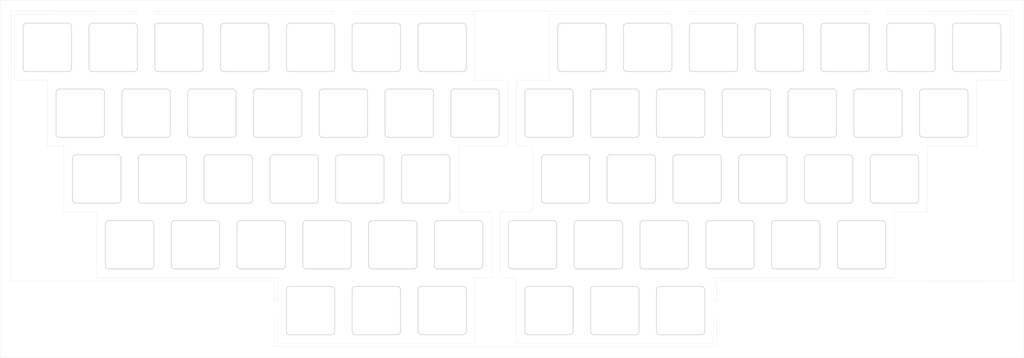
<source format=kicad_pcb>
(kicad_pcb (version 20241229) (generator "pcbnew") (generator_version "9.0")
  (title_block (title "glhfkbd") (date "2025-11-24") (rev "0") (company "redhotvengeance"))
  (layers (0 "F.Cu" power) (2 "B.Cu" signal) (13 "F.Paste" user) (15 "B.Paste" user) (5 "F.SilkS" user "F.Silkscreen") (7 "B.SilkS" user "B.Silkscreen") (1 "F.Mask" user) (3 "B.Mask" user) (25 "Edge.Cuts" user))
  (net 0 "")
  (footprint "footprints:switch-plate" (layer "F.Cu") (at 149.125656 146.149096)
    (property "Reference" "REF**" (hide yes))
    (property "Value" "switch-plate" (hide yes))
    (fp_line (start -7 6) (end -7 -6.000001) (stroke (width 0.2)) (layer "Edge.Cuts"))
    (fp_line (start -6 -7) (end 6 -7) (stroke (width 0.2)) (layer "Edge.Cuts"))
    (fp_line (start -6 6.999999) (end 6 6.999999) (stroke (width 0.2)) (layer "Edge.Cuts"))
    (fp_line (start 7 6) (end 7 -6.000001) (stroke (width 0.2)) (layer "Edge.Cuts"))
    (fp_arc (start -7 -6.000001) (mid -6.707119 -6.707124) (end -6 -7.000001) (stroke (width 0.2)) (layer "Edge.Cuts"))
    (fp_arc (start -6 7) (mid -6.707137 6.707118) (end -7 6) (stroke (width 0.2)) (layer "Edge.Cuts"))
    (fp_arc (start 6 -7.000001) (mid 6.707077 -6.707097) (end 7 -6.000001) (stroke (width 0.2)) (layer "Edge.Cuts"))
    (fp_arc (start 7 6) (mid 6.707094 6.70709) (end 6 7) (stroke (width 0.2)) (layer "Edge.Cuts"))
  )
  (footprint "footprints:switch-plate" (layer "F.Cu") (at 187.225624 146.149096)
    (property "Reference" "REF**" (hide yes))
    (property "Value" "switch-plate" (hide yes))
    (fp_line (start -7 6) (end -7 -6.000001) (stroke (width 0.2)) (layer "Edge.Cuts"))
    (fp_line (start -6 -7) (end 6 -7) (stroke (width 0.2)) (layer "Edge.Cuts"))
    (fp_line (start -6 6.999999) (end 6 6.999999) (stroke (width 0.2)) (layer "Edge.Cuts"))
    (fp_line (start 7 6) (end 7 -6.000001) (stroke (width 0.2)) (layer "Edge.Cuts"))
    (fp_arc (start -7 -6.000001) (mid -6.707119 -6.707124) (end -6 -7.000001) (stroke (width 0.2)) (layer "Edge.Cuts"))
    (fp_arc (start -6 7) (mid -6.707137 6.707118) (end -7 6) (stroke (width 0.2)) (layer "Edge.Cuts"))
    (fp_arc (start 6 -7.000001) (mid 6.707077 -6.707097) (end 7 -6.000001) (stroke (width 0.2)) (layer "Edge.Cuts"))
    (fp_arc (start 7 6) (mid 6.707094 6.70709) (end 6 7) (stroke (width 0.2)) (layer "Edge.Cuts"))
  )
  (footprint "footprints:switch-plate" (layer "F.Cu") (at 232.469336 108.049128)
    (property "Reference" "REF**" (hide yes))
    (property "Value" "switch-plate" (hide yes))
    (fp_line (start -7 6) (end -7 -6.000001) (stroke (width 0.2)) (layer "Edge.Cuts"))
    (fp_line (start -6 -7) (end 6 -7) (stroke (width 0.2)) (layer "Edge.Cuts"))
    (fp_line (start -6 6.999999) (end 6 6.999999) (stroke (width 0.2)) (layer "Edge.Cuts"))
    (fp_line (start 7 6) (end 7 -6.000001) (stroke (width 0.2)) (layer "Edge.Cuts"))
    (fp_arc (start -7 -6.000001) (mid -6.707119 -6.707124) (end -6 -7.000001) (stroke (width 0.2)) (layer "Edge.Cuts"))
    (fp_arc (start -6 7) (mid -6.707137 6.707118) (end -7 6) (stroke (width 0.2)) (layer "Edge.Cuts"))
    (fp_arc (start 6 -7.000001) (mid 6.707077 -6.707097) (end 7 -6.000001) (stroke (width 0.2)) (layer "Edge.Cuts"))
    (fp_arc (start 7 6) (mid 6.707094 6.70709) (end 6 7) (stroke (width 0.2)) (layer "Edge.Cuts"))
  )
  (footprint "footprints:switch-plate" (layer "F.Cu") (at 172.938136 108.049128)
    (property "Reference" "REF**" (hide yes))
    (property "Value" "switch-plate" (hide yes))
    (fp_line (start -7 6) (end -7 -6.000001) (stroke (width 0.2)) (layer "Edge.Cuts"))
    (fp_line (start -6 -7) (end 6 -7) (stroke (width 0.2)) (layer "Edge.Cuts"))
    (fp_line (start -6 6.999999) (end 6 6.999999) (stroke (width 0.2)) (layer "Edge.Cuts"))
    (fp_line (start 7 6) (end 7 -6.000001) (stroke (width 0.2)) (layer "Edge.Cuts"))
    (fp_arc (start -7 -6.000001) (mid -6.707119 -6.707124) (end -6 -7.000001) (stroke (width 0.2)) (layer "Edge.Cuts"))
    (fp_arc (start -6 7) (mid -6.707137 6.707118) (end -7 6) (stroke (width 0.2)) (layer "Edge.Cuts"))
    (fp_arc (start 6 -7.000001) (mid 6.707077 -6.707097) (end 7 -6.000001) (stroke (width 0.2)) (layer "Edge.Cuts"))
    (fp_arc (start 7 6) (mid 6.707094 6.70709) (end 6 7) (stroke (width 0.2)) (layer "Edge.Cuts"))
  )
  (footprint "footprints:switch-plate" (layer "F.Cu") (at 139.600664 165.19908)
    (property "Reference" "REF**" (hide yes))
    (property "Value" "switch-plate" (hide yes))
    (fp_line (start -7 6) (end -7 -6.000001) (stroke (width 0.2)) (layer "Edge.Cuts"))
    (fp_line (start -6 -7) (end 6 -7) (stroke (width 0.2)) (layer "Edge.Cuts"))
    (fp_line (start -6 6.999999) (end 6 6.999999) (stroke (width 0.2)) (layer "Edge.Cuts"))
    (fp_line (start 7 6) (end 7 -6.000001) (stroke (width 0.2)) (layer "Edge.Cuts"))
    (fp_arc (start -7 -6.000001) (mid -6.707119 -6.707124) (end -6 -7.000001) (stroke (width 0.2)) (layer "Edge.Cuts"))
    (fp_arc (start -6 7) (mid -6.707137 6.707118) (end -7 6) (stroke (width 0.2)) (layer "Edge.Cuts"))
    (fp_arc (start 6 -7.000001) (mid 6.707077 -6.707097) (end 7 -6.000001) (stroke (width 0.2)) (layer "Edge.Cuts"))
    (fp_arc (start 7 6) (mid 6.707094 6.70709) (end 6 7) (stroke (width 0.2)) (layer "Edge.Cuts"))
  )
  (footprint "footprints:switch-plate" (layer "F.Cu") (at 280.094296 127.099112)
    (property "Reference" "REF**" (hide yes))
    (property "Value" "switch-plate" (hide yes))
    (fp_line (start -7 6) (end -7 -6.000001) (stroke (width 0.2)) (layer "Edge.Cuts"))
    (fp_line (start -6 -7) (end 6 -7) (stroke (width 0.2)) (layer "Edge.Cuts"))
    (fp_line (start -6 6.999999) (end 6 6.999999) (stroke (width 0.2)) (layer "Edge.Cuts"))
    (fp_line (start 7 6) (end 7 -6.000001) (stroke (width 0.2)) (layer "Edge.Cuts"))
    (fp_arc (start -7 -6.000001) (mid -6.707119 -6.707124) (end -6 -7.000001) (stroke (width 0.2)) (layer "Edge.Cuts"))
    (fp_arc (start -6 7) (mid -6.707137 6.707118) (end -7 6) (stroke (width 0.2)) (layer "Edge.Cuts"))
    (fp_arc (start 6 -7.000001) (mid 6.707077 -6.707097) (end 7 -6.000001) (stroke (width 0.2)) (layer "Edge.Cuts"))
    (fp_arc (start 7 6) (mid 6.707094 6.70709) (end 6 7) (stroke (width 0.2)) (layer "Edge.Cuts"))
  )
  (footprint "MountingHole:MountingHole_2.2mm_M2" (layer "F.Cu") (at 144.36316 105.370224)
    (property "Reference" "M2" (hide yes))
    (property "Value" "MountingHole_2.2mm_M2" (hide yes))
  )
  (footprint "footprints:switch-plate" (layer "F.Cu") (at 101.500696 165.19908)
    (property "Reference" "REF**" (hide yes))
    (property "Value" "switch-plate" (hide yes))
    (fp_line (start -7 6) (end -7 -6.000001) (stroke (width 0.2)) (layer "Edge.Cuts"))
    (fp_line (start -6 -7) (end 6 -7) (stroke (width 0.2)) (layer "Edge.Cuts"))
    (fp_line (start -6 6.999999) (end 6 6.999999) (stroke (width 0.2)) (layer "Edge.Cuts"))
    (fp_line (start 7 6) (end 7 -6.000001) (stroke (width 0.2)) (layer "Edge.Cuts"))
    (fp_arc (start -7 -6.000001) (mid -6.707119 -6.707124) (end -6 -7.000001) (stroke (width 0.2)) (layer "Edge.Cuts"))
    (fp_arc (start -6 7) (mid -6.707137 6.707118) (end -7 6) (stroke (width 0.2)) (layer "Edge.Cuts"))
    (fp_arc (start 6 -7.000001) (mid 6.707077 -6.707097) (end 7 -6.000001) (stroke (width 0.2)) (layer "Edge.Cuts"))
    (fp_arc (start 7 6) (mid 6.707094 6.70709) (end 6 7) (stroke (width 0.2)) (layer "Edge.Cuts"))
  )
  (footprint "footprints:switch-plate" (layer "F.Cu") (at 261.044312 127.099112)
    (property "Reference" "REF**" (hide yes))
    (property "Value" "switch-plate" (hide yes))
    (fp_line (start -7 6) (end -7 -6.000001) (stroke (width 0.2)) (layer "Edge.Cuts"))
    (fp_line (start -6 -7) (end 6 -7) (stroke (width 0.2)) (layer "Edge.Cuts"))
    (fp_line (start -6 6.999999) (end 6 6.999999) (stroke (width 0.2)) (layer "Edge.Cuts"))
    (fp_line (start 7 6) (end 7 -6.000001) (stroke (width 0.2)) (layer "Edge.Cuts"))
    (fp_arc (start -7 -6.000001) (mid -6.707119 -6.707124) (end -6 -7.000001) (stroke (width 0.2)) (layer "Edge.Cuts"))
    (fp_arc (start -6 7) (mid -6.707137 6.707118) (end -7 6) (stroke (width 0.2)) (layer "Edge.Cuts"))
    (fp_arc (start 6 -7.000001) (mid 6.707077 -6.707097) (end 7 -6.000001) (stroke (width 0.2)) (layer "Edge.Cuts"))
    (fp_arc (start 7 6) (mid 6.707094 6.70709) (end 6 7) (stroke (width 0.2)) (layer "Edge.Cuts"))
  )
  (footprint "footprints:switch-plate" (layer "F.Cu") (at 251.51932 108.049128)
    (property "Reference" "REF**" (hide yes))
    (property "Value" "switch-plate" (hide yes))
    (fp_line (start -7 6) (end -7 -6.000001) (stroke (width 0.2)) (layer "Edge.Cuts"))
    (fp_line (start -6 -7) (end 6 -7) (stroke (width 0.2)) (layer "Edge.Cuts"))
    (fp_line (start -6 6.999999) (end 6 6.999999) (stroke (width 0.2)) (layer "Edge.Cuts"))
    (fp_line (start 7 6) (end 7 -6.000001) (stroke (width 0.2)) (layer "Edge.Cuts"))
    (fp_arc (start -7 -6.000001) (mid -6.707119 -6.707124) (end -6 -7.000001) (stroke (width 0.2)) (layer "Edge.Cuts"))
    (fp_arc (start -6 7) (mid -6.707137 6.707118) (end -7 6) (stroke (width 0.2)) (layer "Edge.Cuts"))
    (fp_arc (start 6 -7.000001) (mid 6.707077 -6.707097) (end 7 -6.000001) (stroke (width 0.2)) (layer "Edge.Cuts"))
    (fp_arc (start 7 6) (mid 6.707094 6.70709) (end 6 7) (stroke (width 0.2)) (layer "Edge.Cuts"))
  )
  (footprint "footprints:switch-plate" (layer "F.Cu") (at 227.70684 146.149096)
    (property "Reference" "REF**" (hide yes))
    (property "Value" "switch-plate" (hide yes))
    (fp_line (start -7 6) (end -7 -6.000001) (stroke (width 0.2)) (layer "Edge.Cuts"))
    (fp_line (start -6 -7) (end 6 -7) (stroke (width 0.2)) (layer "Edge.Cuts"))
    (fp_line (start -6 6.999999) (end 6 6.999999) (stroke (width 0.2)) (layer "Edge.Cuts"))
    (fp_line (start 7 6) (end 7 -6.000001) (stroke (width 0.2)) (layer "Edge.Cuts"))
    (fp_arc (start -7 -6.000001) (mid -6.707119 -6.707124) (end -6 -7.000001) (stroke (width 0.2)) (layer "Edge.Cuts"))
    (fp_arc (start -6 7) (mid -6.707137 6.707118) (end -7 6) (stroke (width 0.2)) (layer "Edge.Cuts"))
    (fp_arc (start 6 -7.000001) (mid 6.707077 -6.707097) (end 7 -6.000001) (stroke (width 0.2)) (layer "Edge.Cuts"))
    (fp_arc (start 7 6) (mid 6.707094 6.70709) (end 6 7) (stroke (width 0.2)) (layer "Edge.Cuts"))
  )
  (footprint "footprints:switch-plate" (layer "F.Cu") (at 120.55068 165.19908)
    (property "Reference" "REF**" (hide yes))
    (property "Value" "switch-plate" (hide yes))
    (fp_line (start -7 6) (end -7 -6.000001) (stroke (width 0.2)) (layer "Edge.Cuts"))
    (fp_line (start -6 -7) (end 6 -7) (stroke (width 0.2)) (layer "Edge.Cuts"))
    (fp_line (start -6 6.999999) (end 6 6.999999) (stroke (width 0.2)) (layer "Edge.Cuts"))
    (fp_line (start 7 6) (end 7 -6.000001) (stroke (width 0.2)) (layer "Edge.Cuts"))
    (fp_arc (start -7 -6.000001) (mid -6.707119 -6.707124) (end -6 -7.000001) (stroke (width 0.2)) (layer "Edge.Cuts"))
    (fp_arc (start -6 7) (mid -6.707137 6.707118) (end -7 6) (stroke (width 0.2)) (layer "Edge.Cuts"))
    (fp_arc (start 6 -7.000001) (mid 6.707077 -6.707097) (end 7 -6.000001) (stroke (width 0.2)) (layer "Edge.Cuts"))
    (fp_arc (start 7 6) (mid 6.707094 6.70709) (end 6 7) (stroke (width 0.2)) (layer "Edge.Cuts"))
  )
  (footprint "MountingHole:MountingHole_2.2mm_M2" (layer "F.Cu") (at 191.98812 118.169432)
    (property "Reference" "M2" (hide yes))
    (property "Value" "MountingHole_2.2mm_M2" (hide yes))
  )
  (footprint "MountingHole:MountingHole_2.2mm_M2" (layer "F.Cu") (at 227.70684 174.12876)
    (property "Reference" "M2" (hide yes))
    (property "Value" "MountingHole_2.2mm_M2" (hide yes))
  )
  (footprint "footprints:switch-plate" (layer "F.Cu") (at 201.513112 127.099112)
    (property "Reference" "REF**" (hide yes))
    (property "Value" "switch-plate" (hide yes))
    (fp_line (start -7 6) (end -7 -6.000001) (stroke (width 0.2)) (layer "Edge.Cuts"))
    (fp_line (start -6 -7) (end 6 -7) (stroke (width 0.2)) (layer "Edge.Cuts"))
    (fp_line (start -6 6.999999) (end 6 6.999999) (stroke (width 0.2)) (layer "Edge.Cuts"))
    (fp_line (start 7 6) (end 7 -6.000001) (stroke (width 0.2)) (layer "Edge.Cuts"))
    (fp_arc (start -7 -6.000001) (mid -6.707119 -6.707124) (end -6 -7.000001) (stroke (width 0.2)) (layer "Edge.Cuts"))
    (fp_arc (start -6 7) (mid -6.707137 6.707118) (end -7 6) (stroke (width 0.2)) (layer "Edge.Cuts"))
    (fp_arc (start 6 -7.000001) (mid 6.707077 -6.707097) (end 7 -6.000001) (stroke (width 0.2)) (layer "Edge.Cuts"))
    (fp_arc (start 7 6) (mid 6.707094 6.70709) (end 6 7) (stroke (width 0.2)) (layer "Edge.Cuts"))
  )
  (footprint "footprints:switch-plate" (layer "F.Cu") (at 134.838168 108.049128)
    (property "Reference" "REF**" (hide yes))
    (property "Value" "switch-plate" (hide yes))
    (fp_line (start -7 6) (end -7 -6.000001) (stroke (width 0.2)) (layer "Edge.Cuts"))
    (fp_line (start -6 -7) (end 6 -7) (stroke (width 0.2)) (layer "Edge.Cuts"))
    (fp_line (start -6 6.999999) (end 6 6.999999) (stroke (width 0.2)) (layer "Edge.Cuts"))
    (fp_line (start 7 6) (end 7 -6.000001) (stroke (width 0.2)) (layer "Edge.Cuts"))
    (fp_arc (start -7 -6.000001) (mid -6.707119 -6.707124) (end -6 -7.000001) (stroke (width 0.2)) (layer "Edge.Cuts"))
    (fp_arc (start -6 7) (mid -6.707137 6.707118) (end -7 6) (stroke (width 0.2)) (layer "Edge.Cuts"))
    (fp_arc (start 6 -7.000001) (mid 6.707077 -6.707097) (end 7 -6.000001) (stroke (width 0.2)) (layer "Edge.Cuts"))
    (fp_arc (start 7 6) (mid 6.707094 6.70709) (end 6 7) (stroke (width 0.2)) (layer "Edge.Cuts"))
  )
  (footprint "footprints:mouse-bites" (layer "F.Cu") (at 321.294264 98.524136 90)
    (property "Reference" "REF**" (hide yes))
    (property "Value" "mouse-bites" (hide yes))
    (fp_arc (start 1 -6.2) (mid 0.5 -5.7) (end 0 -6.2) (stroke (width 0.05)) (layer "Edge.Cuts"))
    (fp_arc (start 0 0) (mid 0.5 -0.5) (end 1 0) (stroke (width 0.05)) (layer "Edge.Cuts"))
  )
  (footprint "MountingHole:MountingHole_2.2mm_M2" (layer "F.Cu") (at 275.3318 136.624104)
    (property "Reference" "M2" (hide yes))
    (property "Value" "MountingHole_2.2mm_M2" (hide yes))
  )
  (footprint "footprints:switch-plate" (layer "F.Cu") (at 222.944344 127.099112)
    (property "Reference" "REF**" (hide yes))
    (property "Value" "switch-plate" (hide yes))
    (fp_line (start -7 6) (end -7 -6.000001) (stroke (width 0.2)) (layer "Edge.Cuts"))
    (fp_line (start -6 -7) (end 6 -7) (stroke (width 0.2)) (layer "Edge.Cuts"))
    (fp_line (start -6 6.999999) (end 6 6.999999) (stroke (width 0.2)) (layer "Edge.Cuts"))
    (fp_line (start 7 6) (end 7 -6.000001) (stroke (width 0.2)) (layer "Edge.Cuts"))
    (fp_arc (start -7 -6.000001) (mid -6.707119 -6.707124) (end -6 -7.000001) (stroke (width 0.2)) (layer "Edge.Cuts"))
    (fp_arc (start -6 7) (mid -6.707137 6.707118) (end -7 6) (stroke (width 0.2)) (layer "Edge.Cuts"))
    (fp_arc (start 6 -7.000001) (mid 6.707077 -6.707097) (end 7 -6.000001) (stroke (width 0.2)) (layer "Edge.Cuts"))
    (fp_arc (start 7 6) (mid 6.707094 6.70709) (end 6 7) (stroke (width 0.2)) (layer "Edge.Cuts"))
  )
  (footprint "MountingHole:MountingHole_2.2mm_M2" (layer "F.Cu") (at 101.500696 155.078776)
    (property "Reference" "M2" (hide yes))
    (property "Value" "MountingHole_2.2mm_M2" (hide yes))
  )
  (footprint "footprints:mouse-bites" (layer "F.Cu") (at 264.144312 98.524136 90)
    (property "Reference" "REF**" (hide yes))
    (property "Value" "mouse-bites" (hide yes))
    (fp_arc (start 1 -6.2) (mid 0.5 -5.7) (end 0 -6.2) (stroke (width 0.05)) (layer "Edge.Cuts"))
    (fp_arc (start 0 0) (mid 0.5 -0.5) (end 1 0) (stroke (width 0.05)) (layer "Edge.Cuts"))
  )
  (footprint "footprints:mouse-bites" (layer "F.Cu") (at 270.569175 187.353204)
    (property "Reference" "REF**" (hide yes))
    (property "Value" "mouse-bites" (hide yes))
    (fp_arc (start 0 0) (mid 0.5 -0.5) (end 1 0) (stroke (width 0.05)) (layer "Edge.Cuts"))
    (fp_arc (start 1 -6.2) (mid 0.5 -5.7) (end 0 -6.2) (stroke (width 0.05)) (layer "Edge.Cuts"))
  )
  (footprint "footprints:switch-plate" (layer "F.Cu") (at 241.994328 127.099112)
    (property "Reference" "REF**" (hide yes))
    (property "Value" "switch-plate" (hide yes))
    (fp_line (start -7 6) (end -7 -6.000001) (stroke (width 0.2)) (layer "Edge.Cuts"))
    (fp_line (start -6 -7) (end 6 -7) (stroke (width 0.2)) (layer "Edge.Cuts"))
    (fp_line (start -6 6.999999) (end 6 6.999999) (stroke (width 0.2)) (layer "Edge.Cuts"))
    (fp_line (start 7 6) (end 7 -6.000001) (stroke (width 0.2)) (layer "Edge.Cuts"))
    (fp_arc (start -7 -6.000001) (mid -6.707119 -6.707124) (end -6 -7.000001) (stroke (width 0.2)) (layer "Edge.Cuts"))
    (fp_arc (start -6 7) (mid -6.707137 6.707118) (end -7 6) (stroke (width 0.2)) (layer "Edge.Cuts"))
    (fp_arc (start 6 -7.000001) (mid 6.707077 -6.707097) (end 7 -6.000001) (stroke (width 0.2)) (layer "Edge.Cuts"))
    (fp_arc (start 7 6) (mid 6.707094 6.70709) (end 6 7) (stroke (width 0.2)) (layer "Edge.Cuts"))
  )
  (footprint "footprints:switch-plate" (layer "F.Cu") (at 153.888152 184.249064)
    (property "Reference" "REF**" (hide yes))
    (property "Value" "switch-plate" (hide yes))
    (fp_line (start -7 6) (end -7 -6.000001) (stroke (width 0.2)) (layer "Edge.Cuts"))
    (fp_line (start -6 -7) (end 6 -7) (stroke (width 0.2)) (layer "Edge.Cuts"))
    (fp_line (start -6 6.999999) (end 6 6.999999) (stroke (width 0.2)) (layer "Edge.Cuts"))
    (fp_line (start 7 6) (end 7 -6.000001) (stroke (width 0.2)) (layer "Edge.Cuts"))
    (fp_arc (start -7 -6.000001) (mid -6.707119 -6.707124) (end -6 -7.000001) (stroke (width 0.2)) (layer "Edge.Cuts"))
    (fp_arc (start -6 7) (mid -6.707137 6.707118) (end -7 6) (stroke (width 0.2)) (layer "Edge.Cuts"))
    (fp_arc (start 6 -7.000001) (mid 6.707077 -6.707097) (end 7 -6.000001) (stroke (width 0.2)) (layer "Edge.Cuts"))
    (fp_arc (start 7 6) (mid 6.707094 6.70709) (end 6 7) (stroke (width 0.2)) (layer "Edge.Cuts"))
  )
  (footprint "footprints:switch-plate" (layer "F.Cu") (at 153.888152 108.049128)
    (property "Reference" "REF**" (hide yes))
    (property "Value" "switch-plate" (hide yes))
    (fp_line (start -7 6) (end -7 -6.000001) (stroke (width 0.2)) (layer "Edge.Cuts"))
    (fp_line (start -6 -7) (end 6 -7) (stroke (width 0.2)) (layer "Edge.Cuts"))
    (fp_line (start -6 6.999999) (end 6 6.999999) (stroke (width 0.2)) (layer "Edge.Cuts"))
    (fp_line (start 7 6) (end 7 -6.000001) (stroke (width 0.2)) (layer "Edge.Cuts"))
    (fp_arc (start -7 -6.000001) (mid -6.707119 -6.707124) (end -6 -7.000001) (stroke (width 0.2)) (layer "Edge.Cuts"))
    (fp_arc (start -6 7) (mid -6.707137 6.707118) (end -7 6) (stroke (width 0.2)) (layer "Edge.Cuts"))
    (fp_arc (start 6 -7.000001) (mid 6.707077 -6.707097) (end 7 -6.000001) (stroke (width 0.2)) (layer "Edge.Cuts"))
    (fp_arc (start 7 6) (mid 6.707094 6.70709) (end 6 7) (stroke (width 0.2)) (layer "Edge.Cuts"))
  )
  (footprint "footprints:switch-plate" (layer "F.Cu") (at 303.906776 146.149096)
    (property "Reference" "REF**" (hide yes))
    (property "Value" "switch-plate" (hide yes))
    (fp_line (start -7 6) (end -7 -6.000001) (stroke (width 0.2)) (layer "Edge.Cuts"))
    (fp_line (start -6 -7) (end 6 -7) (stroke (width 0.2)) (layer "Edge.Cuts"))
    (fp_line (start -6 6.999999) (end 6 6.999999) (stroke (width 0.2)) (layer "Edge.Cuts"))
    (fp_line (start 7 6) (end 7 -6.000001) (stroke (width 0.2)) (layer "Edge.Cuts"))
    (fp_arc (start -7 -6.000001) (mid -6.707119 -6.707124) (end -6 -7.000001) (stroke (width 0.2)) (layer "Edge.Cuts"))
    (fp_arc (start -6 7) (mid -6.707137 6.707118) (end -7 6) (stroke (width 0.2)) (layer "Edge.Cuts"))
    (fp_arc (start 6 -7.000001) (mid 6.707077 -6.707097) (end 7 -6.000001) (stroke (width 0.2)) (layer "Edge.Cuts"))
    (fp_arc (start 7 6) (mid 6.707094 6.70709) (end 6 7) (stroke (width 0.2)) (layer "Edge.Cuts"))
  )
  (footprint "footprints:switch-plate" (layer "F.Cu") (at 246.756824 146.149096)
    (property "Reference" "REF**" (hide yes))
    (property "Value" "switch-plate" (hide yes))
    (fp_line (start -7 6) (end -7 -6.000001) (stroke (width 0.2)) (layer "Edge.Cuts"))
    (fp_line (start -6 -7) (end 6 -7) (stroke (width 0.2)) (layer "Edge.Cuts"))
    (fp_line (start -6 6.999999) (end 6 6.999999) (stroke (width 0.2)) (layer "Edge.Cuts"))
    (fp_line (start 7 6) (end 7 -6.000001) (stroke (width 0.2)) (layer "Edge.Cuts"))
    (fp_arc (start -7 -6.000001) (mid -6.707119 -6.707124) (end -6 -7.000001) (stroke (width 0.2)) (layer "Edge.Cuts"))
    (fp_arc (start -6 7) (mid -6.707137 6.707118) (end -7 6) (stroke (width 0.2)) (layer "Edge.Cuts"))
    (fp_arc (start 6 -7.000001) (mid 6.707077 -6.707097) (end 7 -6.000001) (stroke (width 0.2)) (layer "Edge.Cuts"))
    (fp_arc (start 7 6) (mid 6.707094 6.70709) (end 6 7) (stroke (width 0.2)) (layer "Edge.Cuts"))
  )
  (footprint "MountingHole:MountingHole_2.2mm_M2" (layer "F.Cu") (at 280.094296 102.096008)
    (property "Reference" "M2" (hide yes))
    (property "Value" "MountingHole_2.2mm_M2" (hide yes))
  )
  (footprint "footprints:switch-plate" (layer "F.Cu") (at 191.98812 108.049128)
    (property "Reference" "REF**" (hide yes))
    (property "Value" "switch-plate" (hide yes))
    (fp_line (start -7 6) (end -7 -6.000001) (stroke (width 0.2)) (layer "Edge.Cuts"))
    (fp_line (start -6 -7) (end 6 -7) (stroke (width 0.2)) (layer "Edge.Cuts"))
    (fp_line (start -6 6.999999) (end 6 6.999999) (stroke (width 0.2)) (layer "Edge.Cuts"))
    (fp_line (start 7 6) (end 7 -6.000001) (stroke (width 0.2)) (layer "Edge.Cuts"))
    (fp_arc (start -7 -6.000001) (mid -6.707119 -6.707124) (end -6 -7.000001) (stroke (width 0.2)) (layer "Edge.Cuts"))
    (fp_arc (start -6 7) (mid -6.707137 6.707118) (end -7 6) (stroke (width 0.2)) (layer "Edge.Cuts"))
    (fp_arc (start 6 -7.000001) (mid 6.707077 -6.707097) (end 7 -6.000001) (stroke (width 0.2)) (layer "Edge.Cuts"))
    (fp_arc (start 7 6) (mid 6.707094 6.70709) (end 6 7) (stroke (width 0.2)) (layer "Edge.Cuts"))
  )
  (footprint "MountingHole:MountingHole_2.2mm_M2" (layer "F.Cu") (at 139.600664 136.640338)
    (property "Reference" "M2" (hide yes))
    (property "Value" "MountingHole_2.2mm_M2" (hide yes))
  )
  (footprint "footprints:switch-plate" (layer "F.Cu") (at 294.381784 165.19908)
    (property "Reference" "REF**" (hide yes))
    (property "Value" "switch-plate" (hide yes))
    (fp_line (start -7 6) (end -7 -6.000001) (stroke (width 0.2)) (layer "Edge.Cuts"))
    (fp_line (start -6 -7) (end 6 -7) (stroke (width 0.2)) (layer "Edge.Cuts"))
    (fp_line (start -6 6.999999) (end 6 6.999999) (stroke (width 0.2)) (layer "Edge.Cuts"))
    (fp_line (start 7 6) (end 7 -6.000001) (stroke (width 0.2)) (layer "Edge.Cuts"))
    (fp_arc (start -7 -6.000001) (mid -6.707119 -6.707124) (end -6 -7.000001) (stroke (width 0.2)) (layer "Edge.Cuts"))
    (fp_arc (start -6 7) (mid -6.707137 6.707118) (end -7 6) (stroke (width 0.2)) (layer "Edge.Cuts"))
    (fp_arc (start 6 -7.000001) (mid 6.707077 -6.707097) (end 7 -6.000001) (stroke (width 0.2)) (layer "Edge.Cuts"))
    (fp_arc (start 7 6) (mid 6.707094 6.70709) (end 6 7) (stroke (width 0.2)) (layer "Edge.Cuts"))
  )
  (footprint "MountingHole:MountingHole_2.2mm_M2" (layer "F.Cu") (at 187.225624 156.2694)
    (property "Reference" "M2" (hide yes))
    (property "Value" "MountingHole_2.2mm_M2" (hide yes))
  )
  (footprint "footprints:switch-plate" (layer "F.Cu") (at 77.688216 108.049128)
    (property "Reference" "REF**" (hide yes))
    (property "Value" "switch-plate" (hide yes))
    (fp_line (start -7 6) (end -7 -6.000001) (stroke (width 0.2)) (layer "Edge.Cuts"))
    (fp_line (start -6 -7) (end 6 -7) (stroke (width 0.2)) (layer "Edge.Cuts"))
    (fp_line (start -6 6.999999) (end 6 6.999999) (stroke (width 0.2)) (layer "Edge.Cuts"))
    (fp_line (start 7 6) (end 7 -6.000001) (stroke (width 0.2)) (layer "Edge.Cuts"))
    (fp_arc (start -7 -6.000001) (mid -6.707119 -6.707124) (end -6 -7.000001) (stroke (width 0.2)) (layer "Edge.Cuts"))
    (fp_arc (start -6 7) (mid -6.707137 6.707118) (end -7 6) (stroke (width 0.2)) (layer "Edge.Cuts"))
    (fp_arc (start 6 -7.000001) (mid 6.707077 -6.707097) (end 7 -6.000001) (stroke (width 0.2)) (layer "Edge.Cuts"))
    (fp_arc (start 7 6) (mid 6.707094 6.70709) (end 6 7) (stroke (width 0.2)) (layer "Edge.Cuts"))
  )
  (footprint "footprints:switch-plate" (layer "F.Cu") (at 318.194264 127.099112)
    (property "Reference" "REF**" (hide yes))
    (property "Value" "switch-plate" (hide yes))
    (fp_line (start -7 6) (end -7 -6.000001) (stroke (width 0.2)) (layer "Edge.Cuts"))
    (fp_line (start -6 -7) (end 6 -7) (stroke (width 0.2)) (layer "Edge.Cuts"))
    (fp_line (start -6 6.999999) (end 6 6.999999) (stroke (width 0.2)) (layer "Edge.Cuts"))
    (fp_line (start 7 6) (end 7 -6.000001) (stroke (width 0.2)) (layer "Edge.Cuts"))
    (fp_arc (start -7 -6.000001) (mid -6.707119 -6.707124) (end -6 -7.000001) (stroke (width 0.2)) (layer "Edge.Cuts"))
    (fp_arc (start -6 7) (mid -6.707137 6.707118) (end -7 6) (stroke (width 0.2)) (layer "Edge.Cuts"))
    (fp_arc (start 6 -7.000001) (mid 6.707077 -6.707097) (end 7 -6.000001) (stroke (width 0.2)) (layer "Edge.Cuts"))
    (fp_arc (start 7 6) (mid 6.707094 6.70709) (end 6 7) (stroke (width 0.2)) (layer "Edge.Cuts"))
  )
  (footprint "MountingHole:MountingHole_2.2mm_M2" (layer "F.Cu") (at 337.244248 116.978808)
    (property "Reference" "M2" (hide yes))
    (property "Value" "MountingHole_2.2mm_M2" (hide yes))
  )
  (footprint "footprints:switch-plate" (layer "F.Cu") (at 172.938136 184.249064)
    (property "Reference" "REF**" (hide yes))
    (property "Value" "switch-plate" (hide yes))
    (fp_line (start -7 6) (end -7 -6.000001) (stroke (width 0.2)) (layer "Edge.Cuts"))
    (fp_line (start -6 -7) (end 6 -7) (stroke (width 0.2)) (layer "Edge.Cuts"))
    (fp_line (start -6 6.999999) (end 6 6.999999) (stroke (width 0.2)) (layer "Edge.Cuts"))
    (fp_line (start 7 6) (end 7 -6.000001) (stroke (width 0.2)) (layer "Edge.Cuts"))
    (fp_arc (start -7 -6.000001) (mid -6.707119 -6.707124) (end -6 -7.000001) (stroke (width 0.2)) (layer "Edge.Cuts"))
    (fp_arc (start -6 7) (mid -6.707137 6.707118) (end -7 6) (stroke (width 0.2)) (layer "Edge.Cuts"))
    (fp_arc (start 6 -7.000001) (mid 6.707077 -6.707097) (end 7 -6.000001) (stroke (width 0.2)) (layer "Edge.Cuts"))
    (fp_arc (start 7 6) (mid 6.707094 6.70709) (end 6 7) (stroke (width 0.2)) (layer "Edge.Cuts"))
  )
  (footprint "footprints:switch-plate" (layer "F.Cu") (at 168.17564 146.149096)
    (property "Reference" "REF**" (hide yes))
    (property "Value" "switch-plate" (hide yes))
    (fp_line (start -7 6) (end -7 -6.000001) (stroke (width 0.2)) (layer "Edge.Cuts"))
    (fp_line (start -6 -7) (end 6 -7) (stroke (width 0.2)) (layer "Edge.Cuts"))
    (fp_line (start -6 6.999999) (end 6 6.999999) (stroke (width 0.2)) (layer "Edge.Cuts"))
    (fp_line (start 7 6) (end 7 -6.000001) (stroke (width 0.2)) (layer "Edge.Cuts"))
    (fp_arc (start -7 -6.000001) (mid -6.707119 -6.707124) (end -6 -7.000001) (stroke (width 0.2)) (layer "Edge.Cuts"))
    (fp_arc (start -6 7) (mid -6.707137 6.707118) (end -7 6) (stroke (width 0.2)) (layer "Edge.Cuts"))
    (fp_arc (start 6 -7.000001) (mid 6.707077 -6.707097) (end 7 -6.000001) (stroke (width 0.2)) (layer "Edge.Cuts"))
    (fp_arc (start 7 6) (mid 6.707094 6.70709) (end 6 7) (stroke (width 0.2)) (layer "Edge.Cuts"))
  )
  (footprint "footprints:switch-plate" (layer "F.Cu") (at 91.975704 146.149096)
    (property "Reference" "REF**" (hide yes))
    (property "Value" "switch-plate" (hide yes))
    (fp_line (start -7 6) (end -7 -6.000001) (stroke (width 0.2)) (layer "Edge.Cuts"))
    (fp_line (start -6 -7) (end 6 -7) (stroke (width 0.2)) (layer "Edge.Cuts"))
    (fp_line (start -6 6.999999) (end 6 6.999999) (stroke (width 0.2)) (layer "Edge.Cuts"))
    (fp_line (start 7 6) (end 7 -6.000001) (stroke (width 0.2)) (layer "Edge.Cuts"))
    (fp_arc (start -7 -6.000001) (mid -6.707119 -6.707124) (end -6 -7.000001) (stroke (width 0.2)) (layer "Edge.Cuts"))
    (fp_arc (start -6 7) (mid -6.707137 6.707118) (end -7 6) (stroke (width 0.2)) (layer "Edge.Cuts"))
    (fp_arc (start 6 -7.000001) (mid 6.707077 -6.707097) (end 7 -6.000001) (stroke (width 0.2)) (layer "Edge.Cuts"))
    (fp_arc (start 7 6) (mid 6.707094 6.70709) (end 6 7) (stroke (width 0.2)) (layer "Edge.Cuts"))
  )
  (footprint "footprints:switch-plate" (layer "F.Cu") (at 289.619288 108.049128)
    (property "Reference" "REF**" (hide yes))
    (property "Value" "switch-plate" (hide yes))
    (fp_line (start -7 6) (end -7 -6.000001) (stroke (width 0.2)) (layer "Edge.Cuts"))
    (fp_line (start -6 -7) (end 6 -7) (stroke (width 0.2)) (layer "Edge.Cuts"))
    (fp_line (start -6 6.999999) (end 6 6.999999) (stroke (width 0.2)) (layer "Edge.Cuts"))
    (fp_line (start 7 6) (end 7 -6.000001) (stroke (width 0.2)) (layer "Edge.Cuts"))
    (fp_arc (start -7 -6.000001) (mid -6.707119 -6.707124) (end -6 -7.000001) (stroke (width 0.2)) (layer "Edge.Cuts"))
    (fp_arc (start -6 7) (mid -6.707137 6.707118) (end -7 6) (stroke (width 0.2)) (layer "Edge.Cuts"))
    (fp_arc (start 6 -7.000001) (mid 6.707077 -6.707097) (end 7 -6.000001) (stroke (width 0.2)) (layer "Edge.Cuts"))
    (fp_arc (start 7 6) (mid 6.707094 6.70709) (end 6 7) (stroke (width 0.2)) (layer "Edge.Cuts"))
  )
  (footprint "footprints:switch-plate" (layer "F.Cu") (at 222.944344 184.249064)
    (property "Reference" "REF**" (hide yes))
    (property "Value" "switch-plate" (hide yes))
    (fp_line (start -7 6) (end -7 -6.000001) (stroke (width 0.2)) (layer "Edge.Cuts"))
    (fp_line (start -6 -7) (end 6 -7) (stroke (width 0.2)) (layer "Edge.Cuts"))
    (fp_line (start -6 6.999999) (end 6 6.999999) (stroke (width 0.2)) (layer "Edge.Cuts"))
    (fp_line (start 7 6) (end 7 -6.000001) (stroke (width 0.2)) (layer "Edge.Cuts"))
    (fp_arc (start -7 -6.000001) (mid -6.707119 -6.707124) (end -6 -7.000001) (stroke (width 0.2)) (layer "Edge.Cuts"))
    (fp_arc (start -6 7) (mid -6.707137 6.707118) (end -7 6) (stroke (width 0.2)) (layer "Edge.Cuts"))
    (fp_arc (start 6 -7.000001) (mid 6.707077 -6.707097) (end 7 -6.000001) (stroke (width 0.2)) (layer "Edge.Cuts"))
    (fp_arc (start 7 6) (mid 6.707094 6.70709) (end 6 7) (stroke (width 0.2)) (layer "Edge.Cuts"))
  )
  (footprint "footprints:switch-plate" (layer "F.Cu") (at 241.994328 184.249064)
    (property "Reference" "REF**" (hide yes))
    (property "Value" "switch-plate" (hide yes))
    (fp_line (start -7 6) (end -7 -6.000001) (stroke (width 0.2)) (layer "Edge.Cuts"))
    (fp_line (start -6 -7) (end 6 -7) (stroke (width 0.2)) (layer "Edge.Cuts"))
    (fp_line (start -6 6.999999) (end 6 6.999999) (stroke (width 0.2)) (layer "Edge.Cuts"))
    (fp_line (start 7 6) (end 7 -6.000001) (stroke (width 0.2)) (layer "Edge.Cuts"))
    (fp_arc (start -7 -6.000001) (mid -6.707119 -6.707124) (end -6 -7.000001) (stroke (width 0.2)) (layer "Edge.Cuts"))
    (fp_arc (start -6 7) (mid -6.707137 6.707118) (end -7 6) (stroke (width 0.2)) (layer "Edge.Cuts"))
    (fp_arc (start 6 -7.000001) (mid 6.707077 -6.707097) (end 7 -6.000001) (stroke (width 0.2)) (layer "Edge.Cuts"))
    (fp_arc (start 7 6) (mid 6.707094 6.70709) (end 6 7) (stroke (width 0.2)) (layer "Edge.Cuts"))
  )
  (footprint "footprints:switch-plate" (layer "F.Cu") (at 313.431768 165.19908)
    (property "Reference" "REF**" (hide yes))
    (property "Value" "switch-plate" (hide yes))
    (fp_line (start -7 6) (end -7 -6.000001) (stroke (width 0.2)) (layer "Edge.Cuts"))
    (fp_line (start -6 -7) (end 6 -7) (stroke (width 0.2)) (layer "Edge.Cuts"))
    (fp_line (start -6 6.999999) (end 6 6.999999) (stroke (width 0.2)) (layer "Edge.Cuts"))
    (fp_line (start 7 6) (end 7 -6.000001) (stroke (width 0.2)) (layer "Edge.Cuts"))
    (fp_arc (start -7 -6.000001) (mid -6.707119 -6.707124) (end -6 -7.000001) (stroke (width 0.2)) (layer "Edge.Cuts"))
    (fp_arc (start -6 7) (mid -6.707137 6.707118) (end -7 6) (stroke (width 0.2)) (layer "Edge.Cuts"))
    (fp_arc (start 6 -7.000001) (mid 6.707077 -6.707097) (end 7 -6.000001) (stroke (width 0.2)) (layer "Edge.Cuts"))
    (fp_arc (start 7 6) (mid 6.707094 6.70709) (end 6 7) (stroke (width 0.2)) (layer "Edge.Cuts"))
  )
  (footprint "footprints:switch-plate" (layer "F.Cu") (at 322.95676 146.149096)
    (property "Reference" "REF**" (hide yes))
    (property "Value" "switch-plate" (hide yes))
    (fp_line (start -7 6) (end -7 -6.000001) (stroke (width 0.2)) (layer "Edge.Cuts"))
    (fp_line (start -6 -7) (end 6 -7) (stroke (width 0.2)) (layer "Edge.Cuts"))
    (fp_line (start -6 6.999999) (end 6 6.999999) (stroke (width 0.2)) (layer "Edge.Cuts"))
    (fp_line (start 7 6) (end 7 -6.000001) (stroke (width 0.2)) (layer "Edge.Cuts"))
    (fp_arc (start -7 -6.000001) (mid -6.707119 -6.707124) (end -6 -7.000001) (stroke (width 0.2)) (layer "Edge.Cuts"))
    (fp_arc (start -6 7) (mid -6.707137 6.707118) (end -7 6) (stroke (width 0.2)) (layer "Edge.Cuts"))
    (fp_arc (start 6 -7.000001) (mid 6.707077 -6.707097) (end 7 -6.000001) (stroke (width 0.2)) (layer "Edge.Cuts"))
    (fp_arc (start 7 6) (mid 6.707094 6.70709) (end 6 7) (stroke (width 0.2)) (layer "Edge.Cuts"))
  )
  (footprint "MountingHole:MountingHole_2.2mm_M2" (layer "F.Cu") (at 227.70684 156.2694)
    (property "Reference" "M2" (hide yes))
    (property "Value" "MountingHole_2.2mm_M2" (hide yes))
  )
  (footprint "footprints:mouse-bites" (layer "F.Cu") (at 166.513144 98.524136 90)
    (property "Reference" "REF**" (hide yes))
    (property "Value" "mouse-bites" (hide yes))
    (fp_arc (start 1 -6.2) (mid 0.5 -5.7) (end 0 -6.2) (stroke (width 0.05)) (layer "Edge.Cuts"))
    (fp_arc (start 0 0) (mid 0.5 -0.5) (end 1 0) (stroke (width 0.05)) (layer "Edge.Cuts"))
  )
  (footprint "footprints:switch-plate" (layer "F.Cu") (at 196.750616 165.19908)
    (property "Reference" "REF**" (hide yes))
    (property "Value" "switch-plate" (hide yes))
    (fp_line (start -7 6) (end -7 -6.000001) (stroke (width 0.2)) (layer "Edge.Cuts"))
    (fp_line (start -6 -7) (end 6 -7) (stroke (width 0.2)) (layer "Edge.Cuts"))
    (fp_line (start -6 6.999999) (end 6 6.999999) (stroke (width 0.2)) (layer "Edge.Cuts"))
    (fp_line (start 7 6) (end 7 -6.000001) (stroke (width 0.2)) (layer "Edge.Cuts"))
    (fp_arc (start -7 -6.000001) (mid -6.707119 -6.707124) (end -6 -7.000001) (stroke (width 0.2)) (layer "Edge.Cuts"))
    (fp_arc (start -6 7) (mid -6.707137 6.707118) (end -7 6) (stroke (width 0.2)) (layer "Edge.Cuts"))
    (fp_arc (start 6 -7.000001) (mid 6.707077 -6.707097) (end 7 -6.000001) (stroke (width 0.2)) (layer "Edge.Cuts"))
    (fp_arc (start 7 6) (mid 6.707094 6.70709) (end 6 7) (stroke (width 0.2)) (layer "Edge.Cuts"))
  )
  (footprint "MountingHole:MountingHole_2.2mm_M2" (layer "F.Cu") (at 265.806808 174.12876)
    (property "Reference" "M2" (hide yes))
    (property "Value" "MountingHole_2.2mm_M2" (hide yes))
  )
  (footprint "footprints:switch-plate" (layer "F.Cu") (at 256.281816 165.19908)
    (property "Reference" "REF**" (hide yes))
    (property "Value" "switch-plate" (hide yes))
    (fp_line (start -7 6) (end -7 -6.000001) (stroke (width 0.2)) (layer "Edge.Cuts"))
    (fp_line (start -6 -7) (end 6 -7) (stroke (width 0.2)) (layer "Edge.Cuts"))
    (fp_line (start -6 6.999999) (end 6 6.999999) (stroke (width 0.2)) (layer "Edge.Cuts"))
    (fp_line (start 7 6) (end 7 -6.000001) (stroke (width 0.2)) (layer "Edge.Cuts"))
    (fp_arc (start -7 -6.000001) (mid -6.707119 -6.707124) (end -6 -7.000001) (stroke (width 0.2)) (layer "Edge.Cuts"))
    (fp_arc (start -6 7) (mid -6.707137 6.707118) (end -7 6) (stroke (width 0.2)) (layer "Edge.Cuts"))
    (fp_arc (start 6 -7.000001) (mid 6.707077 -6.707097) (end 7 -6.000001) (stroke (width 0.2)) (layer "Edge.Cuts"))
    (fp_arc (start 7 6) (mid 6.707094 6.70709) (end 6 7) (stroke (width 0.2)) (layer "Edge.Cuts"))
  )
  (footprint "footprints:switch-plate" (layer "F.Cu") (at 158.650648 165.19908)
    (property "Reference" "REF**" (hide yes))
    (property "Value" "switch-plate" (hide yes))
    (fp_line (start -7 6) (end -7 -6.000001) (stroke (width 0.2)) (layer "Edge.Cuts"))
    (fp_line (start -6 -7) (end 6 -7) (stroke (width 0.2)) (layer "Edge.Cuts"))
    (fp_line (start -6 6.999999) (end 6 6.999999) (stroke (width 0.2)) (layer "Edge.Cuts"))
    (fp_line (start 7 6) (end 7 -6.000001) (stroke (width 0.2)) (layer "Edge.Cuts"))
    (fp_arc (start -7 -6.000001) (mid -6.707119 -6.707124) (end -6 -7.000001) (stroke (width 0.2)) (layer "Edge.Cuts"))
    (fp_arc (start -6 7) (mid -6.707137 6.707118) (end -7 6) (stroke (width 0.2)) (layer "Edge.Cuts"))
    (fp_arc (start 6 -7.000001) (mid 6.707077 -6.707097) (end 7 -6.000001) (stroke (width 0.2)) (layer "Edge.Cuts"))
    (fp_arc (start 7 6) (mid 6.707094 6.70709) (end 6 7) (stroke (width 0.2)) (layer "Edge.Cuts"))
  )
  (footprint "footprints:switch-plate" (layer "F.Cu") (at 346.76924 108.049128)
    (property "Reference" "REF**" (hide yes))
    (property "Value" "switch-plate" (hide yes))
    (fp_line (start -7 6) (end -7 -6.000001) (stroke (width 0.2)) (layer "Edge.Cuts"))
    (fp_line (start -6 -7) (end 6 -7) (stroke (width 0.2)) (layer "Edge.Cuts"))
    (fp_line (start -6 6.999999) (end 6 6.999999) (stroke (width 0.2)) (layer "Edge.Cuts"))
    (fp_line (start 7 6) (end 7 -6.000001) (stroke (width 0.2)) (layer "Edge.Cuts"))
    (fp_arc (start -7 -6.000001) (mid -6.707119 -6.707124) (end -6 -7.000001) (stroke (width 0.2)) (layer "Edge.Cuts"))
    (fp_arc (start -6 7) (mid -6.707137 6.707118) (end -7 6) (stroke (width 0.2)) (layer "Edge.Cuts"))
    (fp_arc (start 6 -7.000001) (mid 6.707077 -6.707097) (end 7 -6.000001) (stroke (width 0.2)) (layer "Edge.Cuts"))
    (fp_arc (start 7 6) (mid 6.707094 6.70709) (end 6 7) (stroke (width 0.2)) (layer "Edge.Cuts"))
  )
  (footprint "footprints:switch-plate" (layer "F.Cu") (at 130.075672 146.149096)
    (property "Reference" "REF**" (hide yes))
    (property "Value" "switch-plate" (hide yes))
    (fp_line (start -7 6) (end -7 -6.000001) (stroke (width 0.2)) (layer "Edge.Cuts"))
    (fp_line (start -6 -7) (end 6 -7) (stroke (width 0.2)) (layer "Edge.Cuts"))
    (fp_line (start -6 6.999999) (end 6 6.999999) (stroke (width 0.2)) (layer "Edge.Cuts"))
    (fp_line (start 7 6) (end 7 -6.000001) (stroke (width 0.2)) (layer "Edge.Cuts"))
    (fp_arc (start -7 -6.000001) (mid -6.707119 -6.707124) (end -6 -7.000001) (stroke (width 0.2)) (layer "Edge.Cuts"))
    (fp_arc (start -6 7) (mid -6.707137 6.707118) (end -7 6) (stroke (width 0.2)) (layer "Edge.Cuts"))
    (fp_arc (start 6 -7.000001) (mid 6.707077 -6.707097) (end 7 -6.000001) (stroke (width 0.2)) (layer "Edge.Cuts"))
    (fp_arc (start 7 6) (mid 6.707094 6.70709) (end 6 7) (stroke (width 0.2)) (layer "Edge.Cuts"))
  )
  (footprint "MountingHole:MountingHole_2.2mm_M2" (layer "F.Cu") (at 149.125656 174.12876)
    (property "Reference" "M2" (hide yes))
    (property "Value" "MountingHole_2.2mm_M2" (hide yes))
  )
  (footprint "footprints:switch-plate" (layer "F.Cu") (at 111.025688 146.149096)
    (property "Reference" "REF**" (hide yes))
    (property "Value" "switch-plate" (hide yes))
    (fp_line (start -7 6) (end -7 -6.000001) (stroke (width 0.2)) (layer "Edge.Cuts"))
    (fp_line (start -6 -7) (end 6 -7) (stroke (width 0.2)) (layer "Edge.Cuts"))
    (fp_line (start -6 6.999999) (end 6 6.999999) (stroke (width 0.2)) (layer "Edge.Cuts"))
    (fp_line (start 7 6) (end 7 -6.000001) (stroke (width 0.2)) (layer "Edge.Cuts"))
    (fp_arc (start -7 -6.000001) (mid -6.707119 -6.707124) (end -6 -7.000001) (stroke (width 0.2)) (layer "Edge.Cuts"))
    (fp_arc (start -6 7) (mid -6.707137 6.707118) (end -7 6) (stroke (width 0.2)) (layer "Edge.Cuts"))
    (fp_arc (start 6 -7.000001) (mid 6.707077 -6.707097) (end 7 -6.000001) (stroke (width 0.2)) (layer "Edge.Cuts"))
    (fp_arc (start 7 6) (mid 6.707094 6.70709) (end 6 7) (stroke (width 0.2)) (layer "Edge.Cuts"))
  )
  (footprint "footprints:switch-plate" (layer "F.Cu") (at 265.806808 146.149096)
    (property "Reference" "REF**" (hide yes))
    (property "Value" "switch-plate" (hide yes))
    (fp_line (start -7 6) (end -7 -6.000001) (stroke (width 0.2)) (layer "Edge.Cuts"))
    (fp_line (start -6 -7) (end 6 -7) (stroke (width 0.2)) (layer "Edge.Cuts"))
    (fp_line (start -6 6.999999) (end 6 6.999999) (stroke (width 0.2)) (layer "Edge.Cuts"))
    (fp_line (start 7 6) (end 7 -6.000001) (stroke (width 0.2)) (layer "Edge.Cuts"))
    (fp_arc (start -7 -6.000001) (mid -6.707119 -6.707124) (end -6 -7.000001) (stroke (width 0.2)) (layer "Edge.Cuts"))
    (fp_arc (start -6 7) (mid -6.707137 6.707118) (end -7 6) (stroke (width 0.2)) (layer "Edge.Cuts"))
    (fp_arc (start 6 -7.000001) (mid 6.707077 -6.707097) (end 7 -6.000001) (stroke (width 0.2)) (layer "Edge.Cuts"))
    (fp_arc (start 7 6) (mid 6.707094 6.70709) (end 6 7) (stroke (width 0.2)) (layer "Edge.Cuts"))
  )
  (footprint "footprints:switch-plate" (layer "F.Cu") (at 270.569304 108.049128)
    (property "Reference" "REF**" (hide yes))
    (property "Value" "switch-plate" (hide yes))
    (fp_line (start -7 6) (end -7 -6.000001) (stroke (width 0.2)) (layer "Edge.Cuts"))
    (fp_line (start -6 -7) (end 6 -7) (stroke (width 0.2)) (layer "Edge.Cuts"))
    (fp_line (start -6 6.999999) (end 6 6.999999) (stroke (width 0.2)) (layer "Edge.Cuts"))
    (fp_line (start 7 6) (end 7 -6.000001) (stroke (width 0.2)) (layer "Edge.Cuts"))
    (fp_arc (start -7 -6.000001) (mid -6.707119 -6.707124) (end -6 -7.000001) (stroke (width 0.2)) (layer "Edge.Cuts"))
    (fp_arc (start -6 7) (mid -6.707137 6.707118) (end -7 6) (stroke (width 0.2)) (layer "Edge.Cuts"))
    (fp_arc (start 6 -7.000001) (mid 6.707077 -6.707097) (end 7 -6.000001) (stroke (width 0.2)) (layer "Edge.Cuts"))
    (fp_arc (start 7 6) (mid 6.707094 6.70709) (end 6 7) (stroke (width 0.2)) (layer "Edge.Cuts"))
  )
  (footprint "MountingHole:MountingHole_2.2mm_M2" (layer "F.Cu") (at 313.431768 155.078776)
    (property "Reference" "M2" (hide yes))
    (property "Value" "MountingHole_2.2mm_M2" (hide yes))
  )
  (footprint "footprints:switch-plate" (layer "F.Cu") (at 218.181848 165.19908)
    (property "Reference" "REF**" (hide yes))
    (property "Value" "switch-plate" (hide yes))
    (fp_line (start -7 6) (end -7 -6.000001) (stroke (width 0.2)) (layer "Edge.Cuts"))
    (fp_line (start -6 -7) (end 6 -7) (stroke (width 0.2)) (layer "Edge.Cuts"))
    (fp_line (start -6 6.999999) (end 6 6.999999) (stroke (width 0.2)) (layer "Edge.Cuts"))
    (fp_line (start 7 6) (end 7 -6.000001) (stroke (width 0.2)) (layer "Edge.Cuts"))
    (fp_arc (start -7 -6.000001) (mid -6.707119 -6.707124) (end -6 -7.000001) (stroke (width 0.2)) (layer "Edge.Cuts"))
    (fp_arc (start -6 7) (mid -6.707137 6.707118) (end -7 6) (stroke (width 0.2)) (layer "Edge.Cuts"))
    (fp_arc (start 6 -7.000001) (mid 6.707077 -6.707097) (end 7 -6.000001) (stroke (width 0.2)) (layer "Edge.Cuts"))
    (fp_arc (start 7 6) (mid 6.707094 6.70709) (end 6 7) (stroke (width 0.2)) (layer "Edge.Cuts"))
  )
  (footprint "footprints:switch-plate" (layer "F.Cu") (at 163.413144 127.099112)
    (property "Reference" "REF**" (hide yes))
    (property "Value" "switch-plate" (hide yes))
    (fp_line (start -7 6) (end -7 -6.000001) (stroke (width 0.2)) (layer "Edge.Cuts"))
    (fp_line (start -6 -7) (end 6 -7) (stroke (width 0.2)) (layer "Edge.Cuts"))
    (fp_line (start -6 6.999999) (end 6 6.999999) (stroke (width 0.2)) (layer "Edge.Cuts"))
    (fp_line (start 7 6) (end 7 -6.000001) (stroke (width 0.2)) (layer "Edge.Cuts"))
    (fp_arc (start -7 -6.000001) (mid -6.707119 -6.707124) (end -6 -7.000001) (stroke (width 0.2)) (layer "Edge.Cuts"))
    (fp_arc (start -6 7) (mid -6.707137 6.707118) (end -7 6) (stroke (width 0.2)) (layer "Edge.Cuts"))
    (fp_arc (start 6 -7.000001) (mid 6.707077 -6.707097) (end 7 -6.000001) (stroke (width 0.2)) (layer "Edge.Cuts"))
    (fp_arc (start 7 6) (mid 6.707094 6.70709) (end 6 7) (stroke (width 0.2)) (layer "Edge.Cuts"))
  )
  (footprint "footprints:switch-plate" (layer "F.Cu") (at 275.3318 165.19908)
    (property "Reference" "REF**" (hide yes))
    (property "Value" "switch-plate" (hide yes))
    (fp_line (start -7 6) (end -7 -6.000001) (stroke (width 0.2)) (layer "Edge.Cuts"))
    (fp_line (start -6 -7) (end 6 -7) (stroke (width 0.2)) (layer "Edge.Cuts"))
    (fp_line (start -6 6.999999) (end 6 6.999999) (stroke (width 0.2)) (layer "Edge.Cuts"))
    (fp_line (start 7 6) (end 7 -6.000001) (stroke (width 0.2)) (layer "Edge.Cuts"))
    (fp_arc (start -7 -6.000001) (mid -6.707119 -6.707124) (end -6 -7.000001) (stroke (width 0.2)) (layer "Edge.Cuts"))
    (fp_arc (start -6 7) (mid -6.707137 6.707118) (end -7 6) (stroke (width 0.2)) (layer "Edge.Cuts"))
    (fp_arc (start 6 -7.000001) (mid 6.707077 -6.707097) (end 7 -6.000001) (stroke (width 0.2)) (layer "Edge.Cuts"))
    (fp_arc (start 7 6) (mid 6.707094 6.70709) (end 6 7) (stroke (width 0.2)) (layer "Edge.Cuts"))
  )
  (footprint "MountingHole:MountingHole_2.2mm_M2" (layer "F.Cu") (at 232.469336 118.169432)
    (property "Reference" "M2" (hide yes))
    (property "Value" "MountingHole_2.2mm_M2" (hide yes))
  )
  (footprint "footprints:mouse-bites" (layer "F.Cu") (at 109.363192 98.524136 90)
    (property "Reference" "REF**" (hide yes))
    (property "Value" "mouse-bites" (hide yes))
    (fp_arc (start 1 -6.2) (mid 0.5 -5.7) (end 0 -6.2) (stroke (width 0.05)) (layer "Edge.Cuts"))
    (fp_arc (start 0 0) (mid 0.5 -0.5) (end 1 0) (stroke (width 0.05)) (layer "Edge.Cuts"))
  )
  (footprint "footprints:switch-plate" (layer "F.Cu") (at 106.263192 127.099112)
    (property "Reference" "REF**" (hide yes))
    (property "Value" "switch-plate" (hide yes))
    (fp_line (start -7 6) (end -7 -6.000001) (stroke (width 0.2)) (layer "Edge.Cuts"))
    (fp_line (start -6 -7) (end 6 -7) (stroke (width 0.2)) (layer "Edge.Cuts"))
    (fp_line (start -6 6.999999) (end 6 6.999999) (stroke (width 0.2)) (layer "Edge.Cuts"))
    (fp_line (start 7 6) (end 7 -6.000001) (stroke (width 0.2)) (layer "Edge.Cuts"))
    (fp_arc (start -7 -6.000001) (mid -6.707119 -6.707124) (end -6 -7.000001) (stroke (width 0.2)) (layer "Edge.Cuts"))
    (fp_arc (start -6 7) (mid -6.707137 6.707118) (end -7 6) (stroke (width 0.2)) (layer "Edge.Cuts"))
    (fp_arc (start 6 -7.000001) (mid 6.707077 -6.707097) (end 7 -6.000001) (stroke (width 0.2)) (layer "Edge.Cuts"))
    (fp_arc (start 7 6) (mid 6.707094 6.70709) (end 6 7) (stroke (width 0.2)) (layer "Edge.Cuts"))
  )
  (footprint "footprints:switch-plate" (layer "F.Cu") (at 144.36316 127.099112)
    (property "Reference" "REF**" (hide yes))
    (property "Value" "switch-plate" (hide yes))
    (fp_line (start -7 6) (end -7 -6.000001) (stroke (width 0.2)) (layer "Edge.Cuts"))
    (fp_line (start -6 -7) (end 6 -7) (stroke (width 0.2)) (layer "Edge.Cuts"))
    (fp_line (start -6 6.999999) (end 6 6.999999) (stroke (width 0.2)) (layer "Edge.Cuts"))
    (fp_line (start 7 6) (end 7 -6.000001) (stroke (width 0.2)) (layer "Edge.Cuts"))
    (fp_arc (start -7 -6.000001) (mid -6.707119 -6.707124) (end -6 -7.000001) (stroke (width 0.2)) (layer "Edge.Cuts"))
    (fp_arc (start -6 7) (mid -6.707137 6.707118) (end -7 6) (stroke (width 0.2)) (layer "Edge.Cuts"))
    (fp_arc (start 6 -7.000001) (mid 6.707077 -6.707097) (end 7 -6.000001) (stroke (width 0.2)) (layer "Edge.Cuts"))
    (fp_arc (start 7 6) (mid 6.707094 6.70709) (end 6 7) (stroke (width 0.2)) (layer "Edge.Cuts"))
  )
  (footprint "footprints:switch-plate" (layer "F.Cu") (at 115.788184 108.049128)
    (property "Reference" "REF**" (hide yes))
    (property "Value" "switch-plate" (hide yes))
    (fp_line (start -7 6) (end -7 -6.000001) (stroke (width 0.2)) (layer "Edge.Cuts"))
    (fp_line (start -6 -7) (end 6 -7) (stroke (width 0.2)) (layer "Edge.Cuts"))
    (fp_line (start -6 6.999999) (end 6 6.999999) (stroke (width 0.2)) (layer "Edge.Cuts"))
    (fp_line (start 7 6) (end 7 -6.000001) (stroke (width 0.2)) (layer "Edge.Cuts"))
    (fp_arc (start -7 -6.000001) (mid -6.707119 -6.707124) (end -6 -7.000001) (stroke (width 0.2)) (layer "Edge.Cuts"))
    (fp_arc (start -6 7) (mid -6.707137 6.707118) (end -7 6) (stroke (width 0.2)) (layer "Edge.Cuts"))
    (fp_arc (start 6 -7.000001) (mid 6.707077 -6.707097) (end 7 -6.000001) (stroke (width 0.2)) (layer "Edge.Cuts"))
    (fp_arc (start 7 6) (mid 6.707094 6.70709) (end 6 7) (stroke (width 0.2)) (layer "Edge.Cuts"))
  )
  (footprint "footprints:switch-plate" (layer "F.Cu") (at 177.700632 165.19908)
    (property "Reference" "REF**" (hide yes))
    (property "Value" "switch-plate" (hide yes))
    (fp_line (start -7 6) (end -7 -6.000001) (stroke (width 0.2)) (layer "Edge.Cuts"))
    (fp_line (start -6 -7) (end 6 -7) (stroke (width 0.2)) (layer "Edge.Cuts"))
    (fp_line (start -6 6.999999) (end 6 6.999999) (stroke (width 0.2)) (layer "Edge.Cuts"))
    (fp_line (start 7 6) (end 7 -6.000001) (stroke (width 0.2)) (layer "Edge.Cuts"))
    (fp_arc (start -7 -6.000001) (mid -6.707119 -6.707124) (end -6 -7.000001) (stroke (width 0.2)) (layer "Edge.Cuts"))
    (fp_arc (start -6 7) (mid -6.707137 6.707118) (end -7 6) (stroke (width 0.2)) (layer "Edge.Cuts"))
    (fp_arc (start 6 -7.000001) (mid 6.707077 -6.707097) (end 7 -6.000001) (stroke (width 0.2)) (layer "Edge.Cuts"))
    (fp_arc (start 7 6) (mid 6.707094 6.70709) (end 6 7) (stroke (width 0.2)) (layer "Edge.Cuts"))
  )
  (footprint "footprints:switch-plate" (layer "F.Cu") (at 87.213208 127.099112)
    (property "Reference" "REF**" (hide yes))
    (property "Value" "switch-plate" (hide yes))
    (fp_line (start -7 6) (end -7 -6.000001) (stroke (width 0.2)) (layer "Edge.Cuts"))
    (fp_line (start -6 -7) (end 6 -7) (stroke (width 0.2)) (layer "Edge.Cuts"))
    (fp_line (start -6 6.999999) (end 6 6.999999) (stroke (width 0.2)) (layer "Edge.Cuts"))
    (fp_line (start 7 6) (end 7 -6.000001) (stroke (width 0.2)) (layer "Edge.Cuts"))
    (fp_arc (start -7 -6.000001) (mid -6.707119 -6.707124) (end -6 -7.000001) (stroke (width 0.2)) (layer "Edge.Cuts"))
    (fp_arc (start -6 7) (mid -6.707137 6.707118) (end -7 6) (stroke (width 0.2)) (layer "Edge.Cuts"))
    (fp_arc (start 6 -7.000001) (mid 6.707077 -6.707097) (end 7 -6.000001) (stroke (width 0.2)) (layer "Edge.Cuts"))
    (fp_arc (start 7 6) (mid 6.707094 6.70709) (end 6 7) (stroke (width 0.2)) (layer "Edge.Cuts"))
  )
  (footprint "footprints:switch-plate" (layer "F.Cu") (at 337.244248 127.099112)
    (property "Reference" "REF**" (hide yes))
    (property "Value" "switch-plate" (hide yes))
    (fp_line (start -7 6) (end -7 -6.000001) (stroke (width 0.2)) (layer "Edge.Cuts"))
    (fp_line (start -6 -7) (end 6 -7) (stroke (width 0.2)) (layer "Edge.Cuts"))
    (fp_line (start -6 6.999999) (end 6 6.999999) (stroke (width 0.2)) (layer "Edge.Cuts"))
    (fp_line (start 7 6) (end 7 -6.000001) (stroke (width 0.2)) (layer "Edge.Cuts"))
    (fp_arc (start -7 -6.000001) (mid -6.707119 -6.707124) (end -6 -7.000001) (stroke (width 0.2)) (layer "Edge.Cuts"))
    (fp_arc (start -6 7) (mid -6.707137 6.707118) (end -7 6) (stroke (width 0.2)) (layer "Edge.Cuts"))
    (fp_arc (start 6 -7.000001) (mid 6.707077 -6.707097) (end 7 -6.000001) (stroke (width 0.2)) (layer "Edge.Cuts"))
    (fp_arc (start 7 6) (mid 6.707094 6.70709) (end 6 7) (stroke (width 0.2)) (layer "Edge.Cuts"))
  )
  (footprint "footprints:switch-plate" (layer "F.Cu") (at 96.7382 108.049128)
    (property "Reference" "REF**" (hide yes))
    (property "Value" "switch-plate" (hide yes))
    (fp_line (start -7 6) (end -7 -6.000001) (stroke (width 0.2)) (layer "Edge.Cuts"))
    (fp_line (start -6 -7) (end 6 -7) (stroke (width 0.2)) (layer "Edge.Cuts"))
    (fp_line (start -6 6.999999) (end 6 6.999999) (stroke (width 0.2)) (layer "Edge.Cuts"))
    (fp_line (start 7 6) (end 7 -6.000001) (stroke (width 0.2)) (layer "Edge.Cuts"))
    (fp_arc (start -7 -6.000001) (mid -6.707119 -6.707124) (end -6 -7.000001) (stroke (width 0.2)) (layer "Edge.Cuts"))
    (fp_arc (start -6 7) (mid -6.707137 6.707118) (end -7 6) (stroke (width 0.2)) (layer "Edge.Cuts"))
    (fp_arc (start 6 -7.000001) (mid 6.707077 -6.707097) (end 7 -6.000001) (stroke (width 0.2)) (layer "Edge.Cuts"))
    (fp_arc (start 7 6) (mid 6.707094 6.70709) (end 6 7) (stroke (width 0.2)) (layer "Edge.Cuts"))
  )
  (footprint "footprints:switch-plate" (layer "F.Cu") (at 327.719256 108.049128)
    (property "Reference" "REF**" (hide yes))
    (property "Value" "switch-plate" (hide yes))
    (fp_line (start -7 6) (end -7 -6.000001) (stroke (width 0.2)) (layer "Edge.Cuts"))
    (fp_line (start -6 -7) (end 6 -7) (stroke (width 0.2)) (layer "Edge.Cuts"))
    (fp_line (start -6 6.999999) (end 6 6.999999) (stroke (width 0.2)) (layer "Edge.Cuts"))
    (fp_line (start 7 6) (end 7 -6.000001) (stroke (width 0.2)) (layer "Edge.Cuts"))
    (fp_arc (start -7 -6.000001) (mid -6.707119 -6.707124) (end -6 -7.000001) (stroke (width 0.2)) (layer "Edge.Cuts"))
    (fp_arc (start -6 7) (mid -6.707137 6.707118) (end -7 6) (stroke (width 0.2)) (layer "Edge.Cuts"))
    (fp_arc (start 6 -7.000001) (mid 6.707077 -6.707097) (end 7 -6.000001) (stroke (width 0.2)) (layer "Edge.Cuts"))
    (fp_arc (start 7 6) (mid 6.707094 6.70709) (end 6 7) (stroke (width 0.2)) (layer "Edge.Cuts"))
  )
  (footprint "footprints:switch-plate" (layer "F.Cu") (at 308.669272 108.049128)
    (property "Reference" "REF**" (hide yes))
    (property "Value" "switch-plate" (hide yes))
    (fp_line (start -7 6) (end -7 -6.000001) (stroke (width 0.2)) (layer "Edge.Cuts"))
    (fp_line (start -6 -7) (end 6 -7) (stroke (width 0.2)) (layer "Edge.Cuts"))
    (fp_line (start -6 6.999999) (end 6 6.999999) (stroke (width 0.2)) (layer "Edge.Cuts"))
    (fp_line (start 7 6) (end 7 -6.000001) (stroke (width 0.2)) (layer "Edge.Cuts"))
    (fp_arc (start -7 -6.000001) (mid -6.707119 -6.707124) (end -6 -7.000001) (stroke (width 0.2)) (layer "Edge.Cuts"))
    (fp_arc (start -6 7) (mid -6.707137 6.707118) (end -7 6) (stroke (width 0.2)) (layer "Edge.Cuts"))
    (fp_arc (start 6 -7.000001) (mid 6.707077 -6.707097) (end 7 -6.000001) (stroke (width 0.2)) (layer "Edge.Cuts"))
    (fp_arc (start 7 6) (mid 6.707094 6.70709) (end 6 7) (stroke (width 0.2)) (layer "Edge.Cuts"))
  )
  (footprint "footprints:switch-plate" (layer "F.Cu") (at 237.231832 165.19908)
    (property "Reference" "REF**" (hide yes))
    (property "Value" "switch-plate" (hide yes))
    (fp_line (start -7 6) (end -7 -6.000001) (stroke (width 0.2)) (layer "Edge.Cuts"))
    (fp_line (start -6 -7) (end 6 -7) (stroke (width 0.2)) (layer "Edge.Cuts"))
    (fp_line (start -6 6.999999) (end 6 6.999999) (stroke (width 0.2)) (layer "Edge.Cuts"))
    (fp_line (start 7 6) (end 7 -6.000001) (stroke (width 0.2)) (layer "Edge.Cuts"))
    (fp_arc (start -7 -6.000001) (mid -6.707119 -6.707124) (end -6 -7.000001) (stroke (width 0.2)) (layer "Edge.Cuts"))
    (fp_arc (start -6 7) (mid -6.707137 6.707118) (end -7 6) (stroke (width 0.2)) (layer "Edge.Cuts"))
    (fp_arc (start 6 -7.000001) (mid 6.707077 -6.707097) (end 7 -6.000001) (stroke (width 0.2)) (layer "Edge.Cuts"))
    (fp_arc (start 7 6) (mid 6.707094 6.70709) (end 6 7) (stroke (width 0.2)) (layer "Edge.Cuts"))
  )
  (footprint "footprints:switch-plate" (layer "F.Cu") (at 125.313176 127.099112)
    (property "Reference" "REF**" (hide yes))
    (property "Value" "switch-plate" (hide yes))
    (fp_line (start -7 6) (end -7 -6.000001) (stroke (width 0.2)) (layer "Edge.Cuts"))
    (fp_line (start -6 -7) (end 6 -7) (stroke (width 0.2)) (layer "Edge.Cuts"))
    (fp_line (start -6 6.999999) (end 6 6.999999) (stroke (width 0.2)) (layer "Edge.Cuts"))
    (fp_line (start 7 6) (end 7 -6.000001) (stroke (width 0.2)) (layer "Edge.Cuts"))
    (fp_arc (start -7 -6.000001) (mid -6.707119 -6.707124) (end -6 -7.000001) (stroke (width 0.2)) (layer "Edge.Cuts"))
    (fp_arc (start -6 7) (mid -6.707137 6.707118) (end -7 6) (stroke (width 0.2)) (layer "Edge.Cuts"))
    (fp_arc (start 6 -7.000001) (mid 6.707077 -6.707097) (end 7 -6.000001) (stroke (width 0.2)) (layer "Edge.Cuts"))
    (fp_arc (start 7 6) (mid 6.707094 6.70709) (end 6 7) (stroke (width 0.2)) (layer "Edge.Cuts"))
  )
  (footprint "footprints:switch-plate" (layer "F.Cu") (at 182.463128 127.099112)
    (property "Reference" "REF**" (hide yes))
    (property "Value" "switch-plate" (hide yes))
    (fp_line (start -7 6) (end -7 -6.000001) (stroke (width 0.2)) (layer "Edge.Cuts"))
    (fp_line (start -6 -7) (end 6 -7) (stroke (width 0.2)) (layer "Edge.Cuts"))
    (fp_line (start -6 6.999999) (end 6 6.999999) (stroke (width 0.2)) (layer "Edge.Cuts"))
    (fp_line (start 7 6) (end 7 -6.000001) (stroke (width 0.2)) (layer "Edge.Cuts"))
    (fp_arc (start -7 -6.000001) (mid -6.707119 -6.707124) (end -6 -7.000001) (stroke (width 0.2)) (layer "Edge.Cuts"))
    (fp_arc (start -6 7) (mid -6.707137 6.707118) (end -7 6) (stroke (width 0.2)) (layer "Edge.Cuts"))
    (fp_arc (start 6 -7.000001) (mid 6.707077 -6.707097) (end 7 -6.000001) (stroke (width 0.2)) (layer "Edge.Cuts"))
    (fp_arc (start 7 6) (mid 6.707094 6.70709) (end 6 7) (stroke (width 0.2)) (layer "Edge.Cuts"))
  )
  (footprint "footprints:mouse-bites" (layer "F.Cu") (at 144.363218 181.149048 180)
    (property "Reference" "REF**" (hide yes))
    (property "Value" "mouse-bites" (hide yes))
    (fp_arc (start 1 -6.2) (mid 0.5 -5.7) (end 0 -6.2) (stroke (width 0.05)) (layer "Edge.Cuts"))
    (fp_arc (start 0 0) (mid 0.5 -0.5) (end 1 0) (stroke (width 0.05)) (layer "Edge.Cuts"))
  )
  (footprint "footprints:switch-plate" (layer "F.Cu") (at 191.98812 184.249064)
    (property "Reference" "REF**" (hide yes))
    (property "Value" "switch-plate" (hide yes))
    (fp_line (start -7 6) (end -7 -6.000001) (stroke (width 0.2)) (layer "Edge.Cuts"))
    (fp_line (start -6 -7) (end 6 -7) (stroke (width 0.2)) (layer "Edge.Cuts"))
    (fp_line (start -6 6.999999) (end 6 6.999999) (stroke (width 0.2)) (layer "Edge.Cuts"))
    (fp_line (start 7 6) (end 7 -6.000001) (stroke (width 0.2)) (layer "Edge.Cuts"))
    (fp_arc (start -7 -6.000001) (mid -6.707119 -6.707124) (end -6 -7.000001) (stroke (width 0.2)) (layer "Edge.Cuts"))
    (fp_arc (start -6 7) (mid -6.707137 6.707118) (end -7 6) (stroke (width 0.2)) (layer "Edge.Cuts"))
    (fp_arc (start 6 -7.000001) (mid 6.707077 -6.707097) (end 7 -6.000001) (stroke (width 0.2)) (layer "Edge.Cuts"))
    (fp_arc (start 7 6) (mid 6.707094 6.70709) (end 6 7) (stroke (width 0.2)) (layer "Edge.Cuts"))
  )
  (footprint "footprints:switch-plate" (layer "F.Cu") (at 299.14428 127.099112)
    (property "Reference" "REF**" (hide yes))
    (property "Value" "switch-plate" (hide yes))
    (fp_line (start -7 6) (end -7 -6.000001) (stroke (width 0.2)) (layer "Edge.Cuts"))
    (fp_line (start -6 -7) (end 6 -7) (stroke (width 0.2)) (layer "Edge.Cuts"))
    (fp_line (start -6 6.999999) (end 6 6.999999) (stroke (width 0.2)) (layer "Edge.Cuts"))
    (fp_line (start 7 6) (end 7 -6.000001) (stroke (width 0.2)) (layer "Edge.Cuts"))
    (fp_arc (start -7 -6.000001) (mid -6.707119 -6.707124) (end -6 -7.000001) (stroke (width 0.2)) (layer "Edge.Cuts"))
    (fp_arc (start -6 7) (mid -6.707137 6.707118) (end -7 6) (stroke (width 0.2)) (layer "Edge.Cuts"))
    (fp_arc (start 6 -7.000001) (mid 6.707077 -6.707097) (end 7 -6.000001) (stroke (width 0.2)) (layer "Edge.Cuts"))
    (fp_arc (start 7 6) (mid 6.707094 6.70709) (end 6 7) (stroke (width 0.2)) (layer "Edge.Cuts"))
  )
  (footprint "footprints:switch-plate" (layer "F.Cu") (at 284.856792 146.149096)
    (property "Reference" "REF**" (hide yes))
    (property "Value" "switch-plate" (hide yes))
    (fp_line (start -7 6) (end -7 -6.000001) (stroke (width 0.2)) (layer "Edge.Cuts"))
    (fp_line (start -6 -7) (end 6 -7) (stroke (width 0.2)) (layer "Edge.Cuts"))
    (fp_line (start -6 6.999999) (end 6 6.999999) (stroke (width 0.2)) (layer "Edge.Cuts"))
    (fp_line (start 7 6) (end 7 -6.000001) (stroke (width 0.2)) (layer "Edge.Cuts"))
    (fp_arc (start -7 -6.000001) (mid -6.707119 -6.707124) (end -6 -7.000001) (stroke (width 0.2)) (layer "Edge.Cuts"))
    (fp_arc (start -6 7) (mid -6.707137 6.707118) (end -7 6) (stroke (width 0.2)) (layer "Edge.Cuts"))
    (fp_arc (start 6 -7.000001) (mid 6.707077 -6.707097) (end 7 -6.000001) (stroke (width 0.2)) (layer "Edge.Cuts"))
    (fp_arc (start 7 6) (mid 6.707094 6.70709) (end 6 7) (stroke (width 0.2)) (layer "Edge.Cuts"))
  )
  (footprint "footprints:switch-plate" (layer "F.Cu") (at 261.044312 184.249064)
    (property "Reference" "REF**" (hide yes))
    (property "Value" "switch-plate" (hide yes))
    (fp_line (start -7 6) (end -7 -6.000001) (stroke (width 0.2)) (layer "Edge.Cuts"))
    (fp_line (start -6 -7) (end 6 -7) (stroke (width 0.2)) (layer "Edge.Cuts"))
    (fp_line (start -6 6.999999) (end 6 6.999999) (stroke (width 0.2)) (layer "Edge.Cuts"))
    (fp_line (start 7 6) (end 7 -6.000001) (stroke (width 0.2)) (layer "Edge.Cuts"))
    (fp_arc (start -7 -6.000001) (mid -6.707119 -6.707124) (end -6 -7.000001) (stroke (width 0.2)) (layer "Edge.Cuts"))
    (fp_arc (start -6 7) (mid -6.707137 6.707118) (end -7 6) (stroke (width 0.2)) (layer "Edge.Cuts"))
    (fp_arc (start 6 -7.000001) (mid 6.707077 -6.707097) (end 7 -6.000001) (stroke (width 0.2)) (layer "Edge.Cuts"))
    (fp_arc (start 7 6) (mid 6.707094 6.70709) (end 6 7) (stroke (width 0.2)) (layer "Edge.Cuts"))
  )
  (footprint "MountingHole:MountingHole_2.2mm_M2" (layer "F.Cu") (at 87.213208 116.978808)
    (property "Reference" "M2" (hide yes))
    (property "Value" "MountingHole_2.2mm_M2" (hide yes))
  )
  (footprint "MountingHole:MountingHole_2.2mm_M2" (layer "B.Cu") (at 187.225624 174.12876 180)
    (property "Reference" "M2" (hide yes))
    (property "Value" "MountingHole_2.2mm_M2" (hide yes))
  )
  (gr_line (start 103.1632 97.524136) (end 67.163224 97.52) (stroke (width 0.05)) (layer "Edge.Cuts"))
  (gr_line (start 103.163192 98.524136) (end 68.163106 98.524088) (stroke (width 0.05)) (layer "Edge.Cuts"))
  (gr_line (start 270.569304 174.724072) (end 270.569175 181.153204) (stroke (width 0.05)) (layer "Edge.Cuts"))
  (gr_line (start 357.29424 97.52) (end 357.294194 175.73) (stroke (width 0.05)) (layer "Edge.Cuts"))
  (gr_line (start 332.481856 155.674088) (end 322.956856 155.674088) (stroke (width 0.05)) (layer "Edge.Cuts"))
  (gr_line (start 315.094264 97.524137) (end 264.152785 97.524136) (stroke (width 0.05)) (layer "Edge.Cuts"))
  (gr_line (start 213.419356 117.574088) (end 222.944356 117.574088) (stroke (width 0.05)) (layer "Edge.Cuts"))
  (gr_line (start 63.995865 197.941386) (end 63.995865 94.352384) (stroke (width 0.05)) (layer "Edge.Cuts"))
  (gr_line (start 270.569304 193.774072) (end 270.569175 187.353204) (stroke (width 0.05)) (layer "Edge.Cuts"))
  (gr_line (start 201.513106 98.524088) (end 166.513144 98.524135) (stroke (width 0.05)) (layer "Edge.Cuts"))
  (gr_line (start 208.656856 155.674088) (end 218.181856 155.674088) (stroke (width 0.05)) (layer "Edge.Cuts"))
  (gr_line (start 201.513106 117.574088) (end 211.038106 117.574088) (stroke (width 0.05)) (layer "Edge.Cuts"))
  (gr_line (start 144.363161 193.778204) (end 144.363218 187.349048) (stroke (width 0.05)) (layer "Edge.Cuts"))
  (gr_line (start 206.275606 174.724088) (end 201.513112 174.724088) (stroke (width 0.05)) (layer "Edge.Cuts"))
  (gr_line (start 63.997481 94.352384) (end 360.461654 94.352384) (stroke (width 0.05)) (layer "Edge.Cuts"))
  (gr_line (start 218.181856 136.624088) (end 213.419356 136.624088) (stroke (width 0.05)) (layer "Edge.Cuts"))
  (gr_line (start 77.688106 117.574088) (end 68.163106 117.574088) (stroke (width 0.05)) (layer "Edge.Cuts"))
  (gr_line (start 201.513112 174.724088) (end 201.513112 193.774088) (stroke (width 0.05)) (layer "Edge.Cuts"))
  (gr_line (start 213.419356 136.624088) (end 213.419356 117.574088) (stroke (width 0.05)) (layer "Edge.Cuts"))
  (gr_line (start 213.419352 193.774088) (end 213.419352 174.724088) (stroke (width 0.05)) (layer "Edge.Cuts"))
  (gr_line (start 357.294194 175.73) (end 271.567391 175.721792) (stroke (width 0.05)) (layer "Edge.Cuts"))
  (gr_line (start 143.363218 194.77404) (end 143.363218 187.349048) (stroke (width 0.05)) (layer "Edge.Cuts"))
  (gr_line (start 211.038106 136.624088) (end 196.750606 136.624088) (stroke (width 0.05)) (layer "Edge.Cuts"))
  (gr_line (start 91.975606 174.724088) (end 91.975606 155.674088) (stroke (width 0.05)) (layer "Edge.Cuts"))
  (gr_line (start 321.2943 98.524136) (end 356.294356 98.524088) (stroke (width 0.05)) (layer "Edge.Cuts"))
  (gr_line (start 356.294356 117.574088) (end 346.769356 117.574088) (stroke (width 0.05)) (layer "Edge.Cuts"))
  (gr_line (start 332.481856 136.624088) (end 332.481856 155.674088) (stroke (width 0.05)) (layer "Edge.Cuts"))
  (gr_line (start 82.450606 155.674088) (end 82.450606 136.624088) (stroke (width 0.05)) (layer "Edge.Cuts"))
  (gr_line (start 196.750606 136.624088) (end 196.750606 155.674088) (stroke (width 0.05)) (layer "Edge.Cuts"))
  (gr_line (start 213.419352 193.774056) (end 270.569409 193.7699) (stroke (width 0.05)) (layer "Edge.Cuts"))
  (gr_line (start 196.750606 155.674088) (end 206.275606 155.674088) (stroke (width 0.05)) (layer "Edge.Cuts"))
  (gr_line (start 222.944356 117.574088) (end 222.944356 98.524088) (stroke (width 0.05)) (layer "Edge.Cuts"))
  (gr_line (start 166.521585 97.524136) (end 257.9443 97.524136) (stroke (width 0.05)) (layer "Edge.Cuts"))
  (gr_line (start 346.769356 136.624088) (end 332.481856 136.624088) (stroke (width 0.05)) (layer "Edge.Cuts"))
  (gr_line (start 144.36316 174.724088) (end 91.975606 174.724088) (stroke (width 0.05)) (layer "Edge.Cuts"))
  (gr_line (start 264.144312 98.524135) (end 315.094264 98.524136) (stroke (width 0.05)) (layer "Edge.Cuts"))
  (gr_line (start 211.038106 136.624088) (end 211.038106 117.574088) (stroke (width 0.05)) (layer "Edge.Cuts"))
  (gr_line (start 322.956856 174.724088) (end 270.569304 174.724072) (stroke (width 0.05)) (layer "Edge.Cuts"))
  (gr_line (start 143.363218 181.149048) (end 143.363218 175.724056) (stroke (width 0.05)) (layer "Edge.Cuts"))
  (gr_line (start 91.975606 155.674088) (end 82.450606 155.674088) (stroke (width 0.05)) (layer "Edge.Cuts"))
  (gr_line (start 271.569281 187.353204) (end 271.567391 194.778426) (stroke (width 0.05)) (layer "Edge.Cuts"))
  (gr_line (start 360.461654 197.941386) (end 63.995865 197.941386) (stroke (width 0.05)) (layer "Edge.Cuts"))
  (gr_line (start 322.956856 155.674088) (end 322.956856 174.724088) (stroke (width 0.05)) (layer "Edge.Cuts"))
  (gr_line (start 82.450606 136.624088) (end 77.688106 136.624088) (stroke (width 0.05)) (layer "Edge.Cuts"))
  (gr_line (start 68.163106 117.574088) (end 68.163106 98.524088) (stroke (width 0.05)) (layer "Edge.Cuts"))
  (gr_line (start 67.163224 97.52) (end 67.165743 175.72) (stroke (width 0.05)) (layer "Edge.Cuts"))
  (gr_line (start 356.294413 117.569932) (end 356.294356 98.524088) (stroke (width 0.05)) (layer "Edge.Cuts"))
  (gr_line (start 144.363218 181.149048) (end 144.36316 174.724072) (stroke (width 0.05)) (layer "Edge.Cuts"))
  (gr_line (start 346.769356 117.574088) (end 346.769356 136.624088) (stroke (width 0.05)) (layer "Edge.Cuts"))
  (gr_line (start 208.656856 155.674088) (end 208.656856 174.724088) (stroke (width 0.05)) (layer "Edge.Cuts"))
  (gr_line (start 160.313144 97.524136) (end 109.371685 97.524136) (stroke (width 0.05)) (layer "Edge.Cuts"))
  (gr_line (start 67.165743 175.724072) (end 143.363218 175.724056) (stroke (width 0.05)) (layer "Edge.Cuts"))
  (gr_line (start 201.513106 98.524088) (end 201.513106 117.574088) (stroke (width 0.05)) (layer "Edge.Cuts"))
  (gr_line (start 143.363218 194.77404) (end 271.567391 194.778426) (stroke (width 0.05)) (layer "Edge.Cuts"))
  (gr_line (start 144.363161 193.77414) (end 201.513112 193.774088) (stroke (width 0.05)) (layer "Edge.Cuts"))
  (gr_line (start 213.419352 174.724088) (end 208.656856 174.724088) (stroke (width 0.05)) (layer "Edge.Cuts"))
  (gr_line (start 321.302785 97.524136) (end 357.294232 97.52) (stroke (width 0.05)) (layer "Edge.Cuts"))
  (gr_line (start 218.181856 155.674088) (end 218.181856 136.624088) (stroke (width 0.05)) (layer "Edge.Cuts"))
  (gr_line (start 160.313144 98.524063) (end 109.3632 98.524136) (stroke (width 0.05)) (layer "Edge.Cuts"))
  (gr_line (start 360.461654 94.352384) (end 360.461654 197.941386) (stroke (width 0.05)) (layer "Edge.Cuts"))
  (gr_line (start 271.569175 181.153204) (end 271.567391 175.728212) (stroke (width 0.05)) (layer "Edge.Cuts"))
  (gr_line (start 77.688106 136.624088) (end 77.688106 117.574088) (stroke (width 0.05)) (layer "Edge.Cuts"))
  (gr_line (start 222.944356 98.524136) (end 257.944312 98.524136) (stroke (width 0.05)) (layer "Edge.Cuts"))
  (gr_line (start 206.275606 174.724088) (end 206.275606 155.674088) (stroke (width 0.05)) (layer "Edge.Cuts"))
)
</source>
